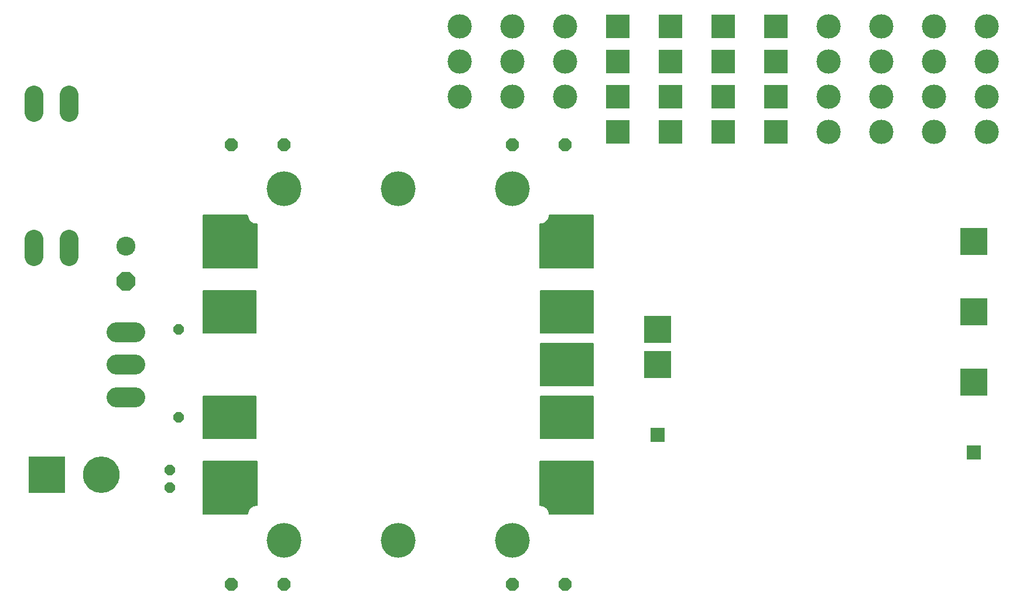
<source format=gbs>
G75*
G70*
%OFA0B0*%
%FSLAX24Y24*%
%IPPOS*%
%LPD*%
%AMOC8*
5,1,8,0,0,1.08239X$1,22.5*
%
%ADD10C,0.1980*%
%ADD11C,0.0050*%
%ADD12OC8,0.0600*%
%ADD13C,0.1080*%
%ADD14OC8,0.1080*%
%ADD15OC8,0.0740*%
%ADD16R,0.0789X0.0789*%
%ADD17R,0.1580X0.1580*%
%ADD18R,0.2080X0.2080*%
%ADD19C,0.2080*%
%ADD20C,0.1145*%
%ADD21C,0.1080*%
%ADD22C,0.1380*%
%ADD23R,0.1380X0.1380*%
D10*
X016601Y005101D03*
X023101Y005101D03*
X029601Y005101D03*
X029601Y025101D03*
X023101Y025101D03*
X016601Y025101D03*
D11*
X014501Y006601D02*
X012001Y006601D01*
X012001Y009601D01*
X015051Y009601D01*
X015051Y007101D01*
X014959Y007097D01*
X014870Y007078D01*
X014785Y007043D01*
X014707Y006994D01*
X012001Y006994D01*
X012001Y007042D02*
X014784Y007042D01*
X014707Y006994D02*
X014640Y006932D01*
X014584Y006860D01*
X014541Y006779D01*
X014513Y006692D01*
X014501Y006601D01*
X014501Y006606D02*
X012001Y006606D01*
X012001Y006654D02*
X014508Y006654D01*
X014517Y006703D02*
X012001Y006703D01*
X012001Y006751D02*
X014532Y006751D01*
X014552Y006800D02*
X012001Y006800D01*
X012001Y006848D02*
X014577Y006848D01*
X014612Y006897D02*
X012001Y006897D01*
X012001Y006945D02*
X014654Y006945D01*
X014931Y007091D02*
X012001Y007091D01*
X012001Y007140D02*
X015051Y007140D01*
X015051Y007188D02*
X012001Y007188D01*
X012001Y007237D02*
X015051Y007237D01*
X015051Y007285D02*
X012001Y007285D01*
X012001Y007334D02*
X015051Y007334D01*
X015051Y007382D02*
X012001Y007382D01*
X012001Y007431D02*
X015051Y007431D01*
X015051Y007479D02*
X012001Y007479D01*
X012001Y007528D02*
X015051Y007528D01*
X015051Y007576D02*
X012001Y007576D01*
X012001Y007625D02*
X015051Y007625D01*
X015051Y007674D02*
X012001Y007674D01*
X012001Y007722D02*
X015051Y007722D01*
X015051Y007771D02*
X012001Y007771D01*
X012001Y007819D02*
X015051Y007819D01*
X015051Y007868D02*
X012001Y007868D01*
X012001Y007916D02*
X015051Y007916D01*
X015051Y007965D02*
X012001Y007965D01*
X012001Y008013D02*
X015051Y008013D01*
X015051Y008062D02*
X012001Y008062D01*
X012001Y008110D02*
X015051Y008110D01*
X015051Y008159D02*
X012001Y008159D01*
X012001Y008208D02*
X015051Y008208D01*
X015051Y008256D02*
X012001Y008256D01*
X012001Y008305D02*
X015051Y008305D01*
X015051Y008353D02*
X012001Y008353D01*
X012001Y008402D02*
X015051Y008402D01*
X015051Y008450D02*
X012001Y008450D01*
X012001Y008499D02*
X015051Y008499D01*
X015051Y008547D02*
X012001Y008547D01*
X012001Y008596D02*
X015051Y008596D01*
X015051Y008644D02*
X012001Y008644D01*
X012001Y008693D02*
X015051Y008693D01*
X015051Y008741D02*
X012001Y008741D01*
X012001Y008790D02*
X015051Y008790D01*
X015051Y008839D02*
X012001Y008839D01*
X012001Y008887D02*
X015051Y008887D01*
X015051Y008936D02*
X012001Y008936D01*
X012001Y008984D02*
X015051Y008984D01*
X015051Y009033D02*
X012001Y009033D01*
X012001Y009081D02*
X015051Y009081D01*
X015051Y009130D02*
X012001Y009130D01*
X012001Y009178D02*
X015051Y009178D01*
X015051Y009227D02*
X012001Y009227D01*
X012001Y009275D02*
X015051Y009275D01*
X015051Y009324D02*
X012001Y009324D01*
X012001Y009373D02*
X015051Y009373D01*
X015051Y009421D02*
X012001Y009421D01*
X012001Y009470D02*
X015051Y009470D01*
X015051Y009518D02*
X012001Y009518D01*
X012001Y009567D02*
X015051Y009567D01*
X015001Y010901D02*
X012001Y010901D01*
X012001Y013301D01*
X015001Y013301D01*
X015001Y010901D01*
X015001Y010926D02*
X012001Y010926D01*
X012001Y010974D02*
X015001Y010974D01*
X015001Y011023D02*
X012001Y011023D01*
X012001Y011072D02*
X015001Y011072D01*
X015001Y011120D02*
X012001Y011120D01*
X012001Y011169D02*
X015001Y011169D01*
X015001Y011217D02*
X012001Y011217D01*
X012001Y011266D02*
X015001Y011266D01*
X015001Y011314D02*
X012001Y011314D01*
X012001Y011363D02*
X015001Y011363D01*
X015001Y011411D02*
X012001Y011411D01*
X012001Y011460D02*
X015001Y011460D01*
X015001Y011508D02*
X012001Y011508D01*
X012001Y011557D02*
X015001Y011557D01*
X015001Y011606D02*
X012001Y011606D01*
X012001Y011654D02*
X015001Y011654D01*
X015001Y011703D02*
X012001Y011703D01*
X012001Y011751D02*
X015001Y011751D01*
X015001Y011800D02*
X012001Y011800D01*
X012001Y011848D02*
X015001Y011848D01*
X015001Y011897D02*
X012001Y011897D01*
X012001Y011945D02*
X015001Y011945D01*
X015001Y011994D02*
X012001Y011994D01*
X012001Y012042D02*
X015001Y012042D01*
X015001Y012091D02*
X012001Y012091D01*
X012001Y012140D02*
X015001Y012140D01*
X015001Y012188D02*
X012001Y012188D01*
X012001Y012237D02*
X015001Y012237D01*
X015001Y012285D02*
X012001Y012285D01*
X012001Y012334D02*
X015001Y012334D01*
X015001Y012382D02*
X012001Y012382D01*
X012001Y012431D02*
X015001Y012431D01*
X015001Y012479D02*
X012001Y012479D01*
X012001Y012528D02*
X015001Y012528D01*
X015001Y012576D02*
X012001Y012576D01*
X012001Y012625D02*
X015001Y012625D01*
X015001Y012674D02*
X012001Y012674D01*
X012001Y012722D02*
X015001Y012722D01*
X015001Y012771D02*
X012001Y012771D01*
X012001Y012819D02*
X015001Y012819D01*
X015001Y012868D02*
X012001Y012868D01*
X012001Y012916D02*
X015001Y012916D01*
X015001Y012965D02*
X012001Y012965D01*
X012001Y013013D02*
X015001Y013013D01*
X015001Y013062D02*
X012001Y013062D01*
X012001Y013110D02*
X015001Y013110D01*
X015001Y013159D02*
X012001Y013159D01*
X012001Y013207D02*
X015001Y013207D01*
X015001Y013256D02*
X012001Y013256D01*
X012001Y016901D02*
X015001Y016901D01*
X015001Y019301D01*
X012001Y019301D01*
X012001Y016901D01*
X012001Y016945D02*
X015001Y016945D01*
X015001Y016994D02*
X012001Y016994D01*
X012001Y017042D02*
X015001Y017042D01*
X015001Y017091D02*
X012001Y017091D01*
X012001Y017139D02*
X015001Y017139D01*
X015001Y017188D02*
X012001Y017188D01*
X012001Y017237D02*
X015001Y017237D01*
X015001Y017285D02*
X012001Y017285D01*
X012001Y017334D02*
X015001Y017334D01*
X015001Y017382D02*
X012001Y017382D01*
X012001Y017431D02*
X015001Y017431D01*
X015001Y017479D02*
X012001Y017479D01*
X012001Y017528D02*
X015001Y017528D01*
X015001Y017576D02*
X012001Y017576D01*
X012001Y017625D02*
X015001Y017625D01*
X015001Y017673D02*
X012001Y017673D01*
X012001Y017722D02*
X015001Y017722D01*
X015001Y017771D02*
X012001Y017771D01*
X012001Y017819D02*
X015001Y017819D01*
X015001Y017868D02*
X012001Y017868D01*
X012001Y017916D02*
X015001Y017916D01*
X015001Y017965D02*
X012001Y017965D01*
X012001Y018013D02*
X015001Y018013D01*
X015001Y018062D02*
X012001Y018062D01*
X012001Y018110D02*
X015001Y018110D01*
X015001Y018159D02*
X012001Y018159D01*
X012001Y018207D02*
X015001Y018207D01*
X015001Y018256D02*
X012001Y018256D01*
X012001Y018305D02*
X015001Y018305D01*
X015001Y018353D02*
X012001Y018353D01*
X012001Y018402D02*
X015001Y018402D01*
X015001Y018450D02*
X012001Y018450D01*
X012001Y018499D02*
X015001Y018499D01*
X015001Y018547D02*
X012001Y018547D01*
X012001Y018596D02*
X015001Y018596D01*
X015001Y018644D02*
X012001Y018644D01*
X012001Y018693D02*
X015001Y018693D01*
X015001Y018741D02*
X012001Y018741D01*
X012001Y018790D02*
X015001Y018790D01*
X015001Y018839D02*
X012001Y018839D01*
X012001Y018887D02*
X015001Y018887D01*
X015001Y018936D02*
X012001Y018936D01*
X012001Y018984D02*
X015001Y018984D01*
X015001Y019033D02*
X012001Y019033D01*
X012001Y019081D02*
X015001Y019081D01*
X015001Y019130D02*
X012001Y019130D01*
X012001Y019178D02*
X015001Y019178D01*
X015001Y019227D02*
X012001Y019227D01*
X012001Y019275D02*
X015001Y019275D01*
X015051Y020601D02*
X012001Y020601D01*
X012001Y023601D01*
X014501Y023601D01*
X014513Y023510D01*
X014541Y023423D01*
X014584Y023342D01*
X014640Y023269D01*
X014707Y023208D01*
X014785Y023159D01*
X014870Y023124D01*
X014959Y023104D01*
X015051Y023101D01*
X015051Y020601D01*
X015051Y020635D02*
X012001Y020635D01*
X012001Y020683D02*
X015051Y020683D01*
X015051Y020732D02*
X012001Y020732D01*
X012001Y020780D02*
X015051Y020780D01*
X015051Y020829D02*
X012001Y020829D01*
X012001Y020877D02*
X015051Y020877D01*
X015051Y020926D02*
X012001Y020926D01*
X012001Y020974D02*
X015051Y020974D01*
X015051Y021023D02*
X012001Y021023D01*
X012001Y021071D02*
X015051Y021071D01*
X015051Y021120D02*
X012001Y021120D01*
X012001Y021169D02*
X015051Y021169D01*
X015051Y021217D02*
X012001Y021217D01*
X012001Y021266D02*
X015051Y021266D01*
X015051Y021314D02*
X012001Y021314D01*
X012001Y021363D02*
X015051Y021363D01*
X015051Y021411D02*
X012001Y021411D01*
X012001Y021460D02*
X015051Y021460D01*
X015051Y021508D02*
X012001Y021508D01*
X012001Y021557D02*
X015051Y021557D01*
X015051Y021605D02*
X012001Y021605D01*
X012001Y021654D02*
X015051Y021654D01*
X015051Y021703D02*
X012001Y021703D01*
X012001Y021751D02*
X015051Y021751D01*
X015051Y021800D02*
X012001Y021800D01*
X012001Y021848D02*
X015051Y021848D01*
X015051Y021897D02*
X012001Y021897D01*
X012001Y021945D02*
X015051Y021945D01*
X015051Y021994D02*
X012001Y021994D01*
X012001Y022042D02*
X015051Y022042D01*
X015051Y022091D02*
X012001Y022091D01*
X012001Y022139D02*
X015051Y022139D01*
X015051Y022188D02*
X012001Y022188D01*
X012001Y022237D02*
X015051Y022237D01*
X015051Y022285D02*
X012001Y022285D01*
X012001Y022334D02*
X015051Y022334D01*
X015051Y022382D02*
X012001Y022382D01*
X012001Y022431D02*
X015051Y022431D01*
X015051Y022479D02*
X012001Y022479D01*
X012001Y022528D02*
X015051Y022528D01*
X015051Y022576D02*
X012001Y022576D01*
X012001Y022625D02*
X015051Y022625D01*
X015051Y022673D02*
X012001Y022673D01*
X012001Y022722D02*
X015051Y022722D01*
X015051Y022771D02*
X012001Y022771D01*
X012001Y022819D02*
X015051Y022819D01*
X015051Y022868D02*
X012001Y022868D01*
X012001Y022916D02*
X015051Y022916D01*
X015051Y022965D02*
X012001Y022965D01*
X012001Y023013D02*
X015051Y023013D01*
X015051Y023062D02*
X012001Y023062D01*
X012001Y023110D02*
X014932Y023110D01*
X014785Y023159D02*
X012001Y023159D01*
X012001Y023207D02*
X014708Y023207D01*
X014654Y023256D02*
X012001Y023256D01*
X012001Y023304D02*
X014612Y023304D01*
X014578Y023353D02*
X012001Y023353D01*
X012001Y023402D02*
X014552Y023402D01*
X014532Y023450D02*
X012001Y023450D01*
X012001Y023499D02*
X014517Y023499D01*
X014508Y023547D02*
X012001Y023547D01*
X012001Y023596D02*
X014501Y023596D01*
X031151Y023101D02*
X031151Y020601D01*
X034201Y020601D01*
X034201Y023601D01*
X031701Y023601D01*
X031688Y023510D01*
X031661Y023423D01*
X031618Y023342D01*
X031562Y023269D01*
X031494Y023208D01*
X031417Y023159D01*
X034201Y023159D01*
X034201Y023207D02*
X031494Y023207D01*
X031547Y023256D02*
X034201Y023256D01*
X034201Y023304D02*
X031589Y023304D01*
X031624Y023353D02*
X034201Y023353D01*
X034201Y023402D02*
X031649Y023402D01*
X031669Y023450D02*
X034201Y023450D01*
X034201Y023499D02*
X031685Y023499D01*
X031694Y023547D02*
X034201Y023547D01*
X034201Y023596D02*
X031700Y023596D01*
X031417Y023159D02*
X031332Y023124D01*
X031242Y023104D01*
X031151Y023101D01*
X031151Y023062D02*
X034201Y023062D01*
X034201Y023110D02*
X031269Y023110D01*
X031151Y023013D02*
X034201Y023013D01*
X034201Y022965D02*
X031151Y022965D01*
X031151Y022916D02*
X034201Y022916D01*
X034201Y022868D02*
X031151Y022868D01*
X031151Y022819D02*
X034201Y022819D01*
X034201Y022771D02*
X031151Y022771D01*
X031151Y022722D02*
X034201Y022722D01*
X034201Y022673D02*
X031151Y022673D01*
X031151Y022625D02*
X034201Y022625D01*
X034201Y022576D02*
X031151Y022576D01*
X031151Y022528D02*
X034201Y022528D01*
X034201Y022479D02*
X031151Y022479D01*
X031151Y022431D02*
X034201Y022431D01*
X034201Y022382D02*
X031151Y022382D01*
X031151Y022334D02*
X034201Y022334D01*
X034201Y022285D02*
X031151Y022285D01*
X031151Y022237D02*
X034201Y022237D01*
X034201Y022188D02*
X031151Y022188D01*
X031151Y022139D02*
X034201Y022139D01*
X034201Y022091D02*
X031151Y022091D01*
X031151Y022042D02*
X034201Y022042D01*
X034201Y021994D02*
X031151Y021994D01*
X031151Y021945D02*
X034201Y021945D01*
X034201Y021897D02*
X031151Y021897D01*
X031151Y021848D02*
X034201Y021848D01*
X034201Y021800D02*
X031151Y021800D01*
X031151Y021751D02*
X034201Y021751D01*
X034201Y021703D02*
X031151Y021703D01*
X031151Y021654D02*
X034201Y021654D01*
X034201Y021605D02*
X031151Y021605D01*
X031151Y021557D02*
X034201Y021557D01*
X034201Y021508D02*
X031151Y021508D01*
X031151Y021460D02*
X034201Y021460D01*
X034201Y021411D02*
X031151Y021411D01*
X031151Y021363D02*
X034201Y021363D01*
X034201Y021314D02*
X031151Y021314D01*
X031151Y021266D02*
X034201Y021266D01*
X034201Y021217D02*
X031151Y021217D01*
X031151Y021169D02*
X034201Y021169D01*
X034201Y021120D02*
X031151Y021120D01*
X031151Y021071D02*
X034201Y021071D01*
X034201Y021023D02*
X031151Y021023D01*
X031151Y020974D02*
X034201Y020974D01*
X034201Y020926D02*
X031151Y020926D01*
X031151Y020877D02*
X034201Y020877D01*
X034201Y020829D02*
X031151Y020829D01*
X031151Y020780D02*
X034201Y020780D01*
X034201Y020732D02*
X031151Y020732D01*
X031151Y020683D02*
X034201Y020683D01*
X034201Y020635D02*
X031151Y020635D01*
X031201Y019301D02*
X034201Y019301D01*
X034201Y016901D01*
X031201Y016901D01*
X031201Y019301D01*
X031201Y019275D02*
X034201Y019275D01*
X034201Y019227D02*
X031201Y019227D01*
X031201Y019178D02*
X034201Y019178D01*
X034201Y019130D02*
X031201Y019130D01*
X031201Y019081D02*
X034201Y019081D01*
X034201Y019033D02*
X031201Y019033D01*
X031201Y018984D02*
X034201Y018984D01*
X034201Y018936D02*
X031201Y018936D01*
X031201Y018887D02*
X034201Y018887D01*
X034201Y018839D02*
X031201Y018839D01*
X031201Y018790D02*
X034201Y018790D01*
X034201Y018741D02*
X031201Y018741D01*
X031201Y018693D02*
X034201Y018693D01*
X034201Y018644D02*
X031201Y018644D01*
X031201Y018596D02*
X034201Y018596D01*
X034201Y018547D02*
X031201Y018547D01*
X031201Y018499D02*
X034201Y018499D01*
X034201Y018450D02*
X031201Y018450D01*
X031201Y018402D02*
X034201Y018402D01*
X034201Y018353D02*
X031201Y018353D01*
X031201Y018305D02*
X034201Y018305D01*
X034201Y018256D02*
X031201Y018256D01*
X031201Y018207D02*
X034201Y018207D01*
X034201Y018159D02*
X031201Y018159D01*
X031201Y018110D02*
X034201Y018110D01*
X034201Y018062D02*
X031201Y018062D01*
X031201Y018013D02*
X034201Y018013D01*
X034201Y017965D02*
X031201Y017965D01*
X031201Y017916D02*
X034201Y017916D01*
X034201Y017868D02*
X031201Y017868D01*
X031201Y017819D02*
X034201Y017819D01*
X034201Y017771D02*
X031201Y017771D01*
X031201Y017722D02*
X034201Y017722D01*
X034201Y017673D02*
X031201Y017673D01*
X031201Y017625D02*
X034201Y017625D01*
X034201Y017576D02*
X031201Y017576D01*
X031201Y017528D02*
X034201Y017528D01*
X034201Y017479D02*
X031201Y017479D01*
X031201Y017431D02*
X034201Y017431D01*
X034201Y017382D02*
X031201Y017382D01*
X031201Y017334D02*
X034201Y017334D01*
X034201Y017285D02*
X031201Y017285D01*
X031201Y017237D02*
X034201Y017237D01*
X034201Y017188D02*
X031201Y017188D01*
X031201Y017139D02*
X034201Y017139D01*
X034201Y017091D02*
X031201Y017091D01*
X031201Y017042D02*
X034201Y017042D01*
X034201Y016994D02*
X031201Y016994D01*
X031201Y016945D02*
X034201Y016945D01*
X034201Y016301D02*
X031201Y016301D01*
X031201Y013901D01*
X034201Y013901D01*
X034201Y016301D01*
X034201Y016266D02*
X031201Y016266D01*
X031201Y016217D02*
X034201Y016217D01*
X034201Y016169D02*
X031201Y016169D01*
X031201Y016120D02*
X034201Y016120D01*
X034201Y016072D02*
X031201Y016072D01*
X031201Y016023D02*
X034201Y016023D01*
X034201Y015974D02*
X031201Y015974D01*
X031201Y015926D02*
X034201Y015926D01*
X034201Y015877D02*
X031201Y015877D01*
X031201Y015829D02*
X034201Y015829D01*
X034201Y015780D02*
X031201Y015780D01*
X031201Y015732D02*
X034201Y015732D01*
X034201Y015683D02*
X031201Y015683D01*
X031201Y015635D02*
X034201Y015635D01*
X034201Y015586D02*
X031201Y015586D01*
X031201Y015538D02*
X034201Y015538D01*
X034201Y015489D02*
X031201Y015489D01*
X031201Y015440D02*
X034201Y015440D01*
X034201Y015392D02*
X031201Y015392D01*
X031201Y015343D02*
X034201Y015343D01*
X034201Y015295D02*
X031201Y015295D01*
X031201Y015246D02*
X034201Y015246D01*
X034201Y015198D02*
X031201Y015198D01*
X031201Y015149D02*
X034201Y015149D01*
X034201Y015101D02*
X031201Y015101D01*
X031201Y015052D02*
X034201Y015052D01*
X034201Y015004D02*
X031201Y015004D01*
X031201Y014955D02*
X034201Y014955D01*
X034201Y014906D02*
X031201Y014906D01*
X031201Y014858D02*
X034201Y014858D01*
X034201Y014809D02*
X031201Y014809D01*
X031201Y014761D02*
X034201Y014761D01*
X034201Y014712D02*
X031201Y014712D01*
X031201Y014664D02*
X034201Y014664D01*
X034201Y014615D02*
X031201Y014615D01*
X031201Y014567D02*
X034201Y014567D01*
X034201Y014518D02*
X031201Y014518D01*
X031201Y014470D02*
X034201Y014470D01*
X034201Y014421D02*
X031201Y014421D01*
X031201Y014373D02*
X034201Y014373D01*
X034201Y014324D02*
X031201Y014324D01*
X031201Y014275D02*
X034201Y014275D01*
X034201Y014227D02*
X031201Y014227D01*
X031201Y014178D02*
X034201Y014178D01*
X034201Y014130D02*
X031201Y014130D01*
X031201Y014081D02*
X034201Y014081D01*
X034201Y014033D02*
X031201Y014033D01*
X031201Y013984D02*
X034201Y013984D01*
X034201Y013936D02*
X031201Y013936D01*
X031201Y013301D02*
X034201Y013301D01*
X034201Y010901D01*
X031201Y010901D01*
X031201Y013301D01*
X031201Y013256D02*
X034201Y013256D01*
X034201Y013207D02*
X031201Y013207D01*
X031201Y013159D02*
X034201Y013159D01*
X034201Y013110D02*
X031201Y013110D01*
X031201Y013062D02*
X034201Y013062D01*
X034201Y013013D02*
X031201Y013013D01*
X031201Y012965D02*
X034201Y012965D01*
X034201Y012916D02*
X031201Y012916D01*
X031201Y012868D02*
X034201Y012868D01*
X034201Y012819D02*
X031201Y012819D01*
X031201Y012771D02*
X034201Y012771D01*
X034201Y012722D02*
X031201Y012722D01*
X031201Y012674D02*
X034201Y012674D01*
X034201Y012625D02*
X031201Y012625D01*
X031201Y012576D02*
X034201Y012576D01*
X034201Y012528D02*
X031201Y012528D01*
X031201Y012479D02*
X034201Y012479D01*
X034201Y012431D02*
X031201Y012431D01*
X031201Y012382D02*
X034201Y012382D01*
X034201Y012334D02*
X031201Y012334D01*
X031201Y012285D02*
X034201Y012285D01*
X034201Y012237D02*
X031201Y012237D01*
X031201Y012188D02*
X034201Y012188D01*
X034201Y012140D02*
X031201Y012140D01*
X031201Y012091D02*
X034201Y012091D01*
X034201Y012042D02*
X031201Y012042D01*
X031201Y011994D02*
X034201Y011994D01*
X034201Y011945D02*
X031201Y011945D01*
X031201Y011897D02*
X034201Y011897D01*
X034201Y011848D02*
X031201Y011848D01*
X031201Y011800D02*
X034201Y011800D01*
X034201Y011751D02*
X031201Y011751D01*
X031201Y011703D02*
X034201Y011703D01*
X034201Y011654D02*
X031201Y011654D01*
X031201Y011606D02*
X034201Y011606D01*
X034201Y011557D02*
X031201Y011557D01*
X031201Y011508D02*
X034201Y011508D01*
X034201Y011460D02*
X031201Y011460D01*
X031201Y011411D02*
X034201Y011411D01*
X034201Y011363D02*
X031201Y011363D01*
X031201Y011314D02*
X034201Y011314D01*
X034201Y011266D02*
X031201Y011266D01*
X031201Y011217D02*
X034201Y011217D01*
X034201Y011169D02*
X031201Y011169D01*
X031201Y011120D02*
X034201Y011120D01*
X034201Y011072D02*
X031201Y011072D01*
X031201Y011023D02*
X034201Y011023D01*
X034201Y010974D02*
X031201Y010974D01*
X031201Y010926D02*
X034201Y010926D01*
X034201Y009601D02*
X031151Y009601D01*
X031151Y007101D01*
X031242Y007097D01*
X031332Y007078D01*
X031417Y007043D01*
X031494Y006994D01*
X031562Y006932D01*
X031618Y006860D01*
X031661Y006779D01*
X031688Y006692D01*
X031701Y006601D01*
X034201Y006601D01*
X034201Y009601D01*
X034201Y009567D02*
X031151Y009567D01*
X031151Y009518D02*
X034201Y009518D01*
X034201Y009470D02*
X031151Y009470D01*
X031151Y009421D02*
X034201Y009421D01*
X034201Y009373D02*
X031151Y009373D01*
X031151Y009324D02*
X034201Y009324D01*
X034201Y009275D02*
X031151Y009275D01*
X031151Y009227D02*
X034201Y009227D01*
X034201Y009178D02*
X031151Y009178D01*
X031151Y009130D02*
X034201Y009130D01*
X034201Y009081D02*
X031151Y009081D01*
X031151Y009033D02*
X034201Y009033D01*
X034201Y008984D02*
X031151Y008984D01*
X031151Y008936D02*
X034201Y008936D01*
X034201Y008887D02*
X031151Y008887D01*
X031151Y008839D02*
X034201Y008839D01*
X034201Y008790D02*
X031151Y008790D01*
X031151Y008741D02*
X034201Y008741D01*
X034201Y008693D02*
X031151Y008693D01*
X031151Y008644D02*
X034201Y008644D01*
X034201Y008596D02*
X031151Y008596D01*
X031151Y008547D02*
X034201Y008547D01*
X034201Y008499D02*
X031151Y008499D01*
X031151Y008450D02*
X034201Y008450D01*
X034201Y008402D02*
X031151Y008402D01*
X031151Y008353D02*
X034201Y008353D01*
X034201Y008305D02*
X031151Y008305D01*
X031151Y008256D02*
X034201Y008256D01*
X034201Y008208D02*
X031151Y008208D01*
X031151Y008159D02*
X034201Y008159D01*
X034201Y008110D02*
X031151Y008110D01*
X031151Y008062D02*
X034201Y008062D01*
X034201Y008013D02*
X031151Y008013D01*
X031151Y007965D02*
X034201Y007965D01*
X034201Y007916D02*
X031151Y007916D01*
X031151Y007868D02*
X034201Y007868D01*
X034201Y007819D02*
X031151Y007819D01*
X031151Y007771D02*
X034201Y007771D01*
X034201Y007722D02*
X031151Y007722D01*
X031151Y007674D02*
X034201Y007674D01*
X034201Y007625D02*
X031151Y007625D01*
X031151Y007576D02*
X034201Y007576D01*
X034201Y007528D02*
X031151Y007528D01*
X031151Y007479D02*
X034201Y007479D01*
X034201Y007431D02*
X031151Y007431D01*
X031151Y007382D02*
X034201Y007382D01*
X034201Y007334D02*
X031151Y007334D01*
X031151Y007285D02*
X034201Y007285D01*
X034201Y007237D02*
X031151Y007237D01*
X031151Y007188D02*
X034201Y007188D01*
X034201Y007140D02*
X031151Y007140D01*
X031271Y007091D02*
X034201Y007091D01*
X034201Y007042D02*
X031417Y007042D01*
X031494Y006994D02*
X034201Y006994D01*
X034201Y006945D02*
X031548Y006945D01*
X031589Y006897D02*
X034201Y006897D01*
X034201Y006848D02*
X031624Y006848D01*
X031650Y006800D02*
X034201Y006800D01*
X034201Y006751D02*
X031669Y006751D01*
X031685Y006703D02*
X034201Y006703D01*
X034201Y006654D02*
X031694Y006654D01*
X031700Y006606D02*
X034201Y006606D01*
D12*
X010101Y008101D03*
X010101Y009101D03*
X010601Y012101D03*
X010601Y017101D03*
D13*
X007601Y021851D03*
D14*
X007601Y019851D03*
D15*
X013601Y027601D03*
X016601Y027601D03*
X029601Y027601D03*
X032601Y027601D03*
X032601Y002601D03*
X029601Y002601D03*
X016601Y002601D03*
X013601Y002601D03*
D16*
X037845Y011097D03*
X055845Y010097D03*
D17*
X055845Y014097D03*
X055845Y018097D03*
X055845Y022097D03*
X037845Y017097D03*
X037845Y015097D03*
D18*
X003101Y008851D03*
D19*
X006205Y008851D03*
D20*
X007068Y013251D02*
X008133Y013251D01*
X008133Y015101D02*
X007068Y015101D01*
X007068Y016951D02*
X008133Y016951D01*
D21*
X004351Y021251D02*
X004351Y022251D01*
X002351Y022251D02*
X002351Y021251D01*
X002351Y029451D02*
X002351Y030451D01*
X004351Y030451D02*
X004351Y029451D01*
D22*
X026601Y030351D03*
X026601Y032351D03*
X026601Y034351D03*
X029601Y034351D03*
X032601Y034351D03*
X032601Y032351D03*
X032601Y030351D03*
X029601Y030351D03*
X029601Y032351D03*
X047601Y032351D03*
X047601Y030351D03*
X047601Y028351D03*
X050601Y028351D03*
X050601Y030351D03*
X050601Y032351D03*
X053601Y032351D03*
X053601Y030351D03*
X053601Y028351D03*
X056601Y028351D03*
X056601Y030351D03*
X056601Y032351D03*
X056601Y034351D03*
X053601Y034351D03*
X050601Y034351D03*
X047601Y034351D03*
D23*
X044601Y034351D03*
X041601Y034351D03*
X038601Y034351D03*
X035601Y034351D03*
X035601Y032351D03*
X035601Y030351D03*
X035601Y028351D03*
X038601Y028351D03*
X038601Y030351D03*
X038601Y032351D03*
X041601Y032351D03*
X041601Y030351D03*
X041601Y028351D03*
X044601Y028351D03*
X044601Y030351D03*
X044601Y032351D03*
M02*

</source>
